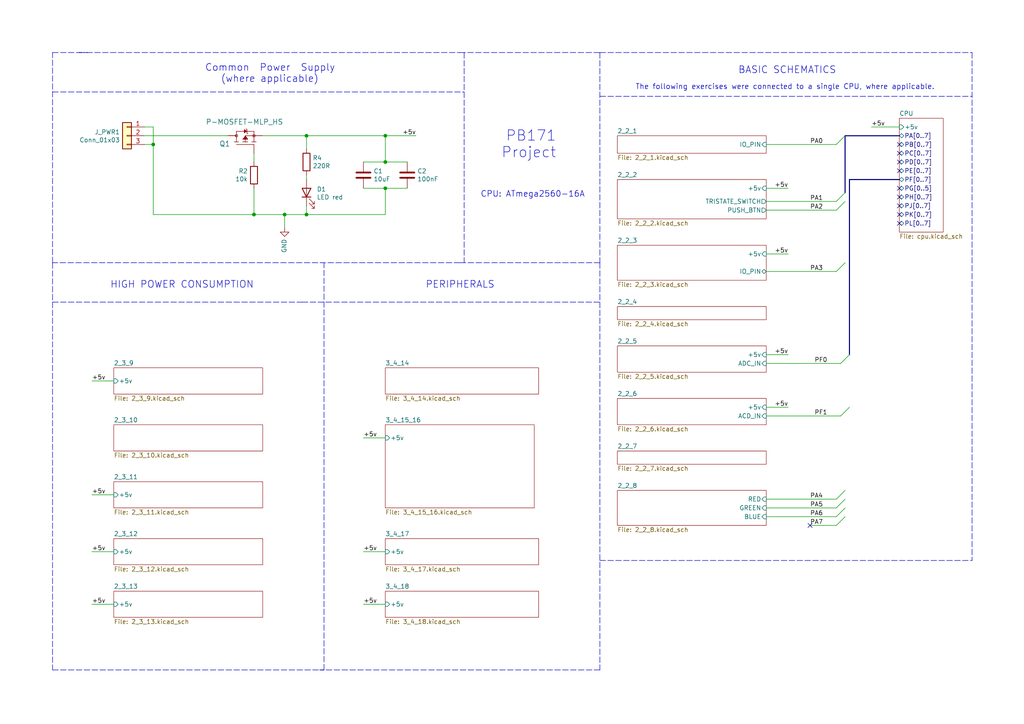
<source format=kicad_sch>
(kicad_sch (version 20210126) (generator eeschema)
  (paper "A4")
  (title_block (title "PB171: Assignment") (date "2021-04-07") (rev "1") (comment 1 "Please specify a link to the datasheet of the used LED and the used CPU.") (comment 2 "The power supply is 5 V."))
  (lib_symbols
    (symbol "Connector_Generic:Conn_01x03" (pin_names (offset 1.016) hide)
      (property "Reference" "J" (at 0 5.08 0))
      (property "Value" "Conn_01x03" (at 0 -5.08 0))
      (symbol "Conn_01x03_1_1"
        (rectangle (start -1.27 -2.413) (end 0 -2.667) (stroke (width 0.1524)))
        (rectangle (start -1.27 0.127) (end 0 -0.127) (stroke (width 0.1524)))
        (rectangle (start -1.27 2.667) (end 0 2.413) (stroke (width 0.1524)))
        (rectangle (start -1.27 3.81) (end 1.27 -3.81) (stroke (width 0.254)) (fill (type background)))
        (pin passive line (at -5.08 2.54 0) (length 3.81) (name "Pin_1") (number "1"))
        (pin passive line (at -5.08 0 0) (length 3.81) (name "Pin_2") (number "2"))
        (pin passive line (at -5.08 -2.54 0) (length 3.81) (name "Pin_3") (number "3"))
      )
    )
    (symbol "Device:C" (pin_numbers hide) (pin_names (offset 0.254))
      (property "Reference" "C" (at 0.635 2.54 0))
      (property "Value" "C" (at 0.635 -2.54 0))
      (symbol "C_0_1"
        (polyline (pts (xy -2.032 -0.762) (xy 2.032 -0.762)) (stroke (width 0.508)))
        (polyline (pts (xy -2.032 0.762) (xy 2.032 0.762)) (stroke (width 0.508)))
      )
      (symbol "C_1_1"
        (pin passive line (at 0 3.81 270) (length 2.794) (name "~") (number "1"))
        (pin passive line (at 0 -3.81 90) (length 2.794) (name "~") (number "2"))
      )
    )
    (symbol "Device:LED" (pin_numbers hide) (pin_names (offset 1.016) hide)
      (property "Reference" "D" (at 0 2.54 0))
      (property "Value" "LED" (at 0 -2.54 0))
      (symbol "LED_0_1"
        (polyline (pts (xy -1.27 -1.27) (xy -1.27 1.27)) (stroke (width 0.254)))
        (polyline (pts (xy -1.27 0) (xy 1.27 0)))
        (polyline (pts (xy 1.27 -1.27) (xy 1.27 1.27) (xy -1.27 0) (xy 1.27 -1.27)) (stroke (width 0.254)))
        (polyline (pts (xy -3.048 -0.762) (xy -4.572 -2.286) (xy -3.81 -2.286) (xy -4.572 -2.286) (xy -4.572 -1.524)))
        (polyline (pts (xy -1.778 -0.762) (xy -3.302 -2.286) (xy -2.54 -2.286) (xy -3.302 -2.286) (xy -3.302 -1.524)))
      )
      (symbol "LED_1_1"
        (pin passive line (at -3.81 0 0) (length 2.54) (name "K") (number "1"))
        (pin passive line (at 3.81 0 180) (length 2.54) (name "A") (number "2"))
      )
    )
    (symbol "Device:R" (pin_numbers hide) (pin_names (offset 0))
      (property "Reference" "R" (at 2.032 0 90))
      (property "Value" "R" (at 0 0 90))
      (symbol "R_0_1"
        (rectangle (start -1.016 -2.54) (end 1.016 2.54) (stroke (width 0.254)))
      )
      (symbol "R_1_1"
        (pin passive line (at 0 3.81 270) (length 1.27) (name "~") (number "1"))
        (pin passive line (at 0 -3.81 90) (length 1.27) (name "~") (number "2"))
      )
    )
    (symbol "PB170:P-MOSFET-MLP_HS" (pin_names (offset 1.016))
      (property "Reference" "Q" (at 5.08 1.27 0))
      (property "Value" "P-MOSFET-MLP_HS" (at 5.08 -1.27 0))
      (symbol "P-MOSFET-MLP_HS_1_0"
        (circle (center 2.54 -2.54) (radius 0.3556))
        (circle (center 2.54 2.54) (radius 0.3556))
        (polyline (pts (xy 0 -2.54) (xy 0 2.54)))
        (polyline (pts (xy 0.762 -3.175) (xy 0.762 -2.54)))
        (polyline (pts (xy 0.762 -2.54) (xy 0.762 -1.905)))
        (polyline (pts (xy 0.762 -2.54) (xy 3.81 -2.54)))
        (polyline (pts (xy 0.762 -0.762) (xy 0.762 0)))
        (polyline (pts (xy 0.762 0) (xy 0.762 0.762)))
        (polyline (pts (xy 0.762 0) (xy 2.54 0)))
        (polyline (pts (xy 0.762 1.905) (xy 0.762 2.54)))
        (polyline (pts (xy 0.762 2.54) (xy 0.762 3.175)))
        (polyline (pts (xy 2.54 0) (xy 2.54 2.54)))
        (polyline (pts (xy 2.54 2.54) (xy 0.762 2.54)))
        (polyline (pts (xy 2.54 2.54) (xy 3.81 2.54)))
        (polyline (pts (xy 3.048 0.762) (xy 3.302 0.508)))
        (polyline (pts (xy 3.302 0.508) (xy 3.81 0.508)))
        (polyline (pts (xy 3.81 -2.54) (xy 3.81 0.508)))
        (polyline (pts (xy 3.81 0.508) (xy 3.81 2.54)))
        (polyline (pts (xy 3.81 0.508) (xy 4.318 0.508)))
        (polyline (pts (xy 4.318 0.508) (xy 4.572 0.254)))
        (polyline (pts (xy 2.54 0) (xy 1.524 0.762) (xy 1.524 -0.762)) (fill (type outline)))
        (polyline (pts (xy 3.81 0.508) (xy 4.318 -0.254) (xy 3.302 -0.254)) (fill (type outline)))
        (pin passive line (at 2.54 5.08 270) (length 2.54) (name "S") (number "1"))
        (pin passive line (at 2.54 5.08 270) (length 2.54) (name "S") (number "2"))
        (pin passive line (at 2.54 5.08 270) (length 2.54) (name "S") (number "3"))
        (pin passive line (at -2.54 2.54 0) (length 2.54) (name "G") (number "4"))
        (pin passive line (at 2.54 -5.08 90) (length 2.54) (name "D") (number "5"))
        (pin passive line (at 2.54 -5.08 90) (length 2.54) (name "D") (number "6"))
        (pin passive line (at 2.54 -5.08 90) (length 2.54) (name "D") (number "7"))
        (pin passive line (at 2.54 -5.08 90) (length 2.54) (name "D") (number "8"))
        (pin passive line (at 2.54 -5.08 90) (length 2.54) (name "D") (number "9"))
      )
    )
    (symbol "power:GND" (power) (pin_names (offset 0))
      (property "Value" "GND" (at 0 -3.81 0))
      (symbol "GND_0_1"
        (polyline (pts (xy 0 0) (xy 0 -1.27) (xy 1.27 -1.27) (xy 0 -2.54) (xy -1.27 -1.27) (xy 0 -1.27)))
      )
      (symbol "GND_1_1"
        (pin power_in line (at 0 0 270) (length 0) hide (name "GND") (number "1"))
      )
    )
  )
  (junction (at 44.45 41.91) (diameter 0.9144))
  (junction (at 73.66 62.23) (diameter 0.9144))
  (junction (at 82.55 62.23) (diameter 0.9144))
  (junction (at 88.9 39.37) (diameter 0.9144))
  (junction (at 88.9 62.23) (diameter 0.9144))
  (junction (at 111.76 39.37) (diameter 0.9144))
  (junction (at 111.76 46.99) (diameter 0.9144))
  (junction (at 111.76 54.61) (diameter 0.9144))
  (no_connect (at 234.95 152.4))
  (no_connect (at 260.858 41.91))
  (no_connect (at 260.858 44.45))
  (no_connect (at 260.858 46.99))
  (no_connect (at 260.858 49.53))
  (no_connect (at 260.858 54.61))
  (no_connect (at 260.858 57.15))
  (no_connect (at 260.858 59.69))
  (no_connect (at 260.858 62.23))
  (no_connect (at 260.858 64.77))
  (bus_entry (at 245.11 39.37) (size -2.54 2.54) (stroke (width 0.1524)))
  (bus_entry (at 245.11 55.88) (size -2.54 2.54) (stroke (width 0.1524)))
  (bus_entry (at 245.11 58.42) (size -2.54 2.54) (stroke (width 0.1524)))
  (bus_entry (at 245.11 76.2) (size -2.54 2.54) (stroke (width 0.1524)))
  (bus_entry (at 245.11 142.24) (size -2.54 2.54) (stroke (width 0.1524)))
  (bus_entry (at 245.11 144.78) (size -2.54 2.54) (stroke (width 0.1524)))
  (bus_entry (at 245.11 147.32) (size -2.54 2.54) (stroke (width 0.1524)))
  (bus_entry (at 245.11 149.86) (size -2.54 2.54) (stroke (width 0.1524)))
  (bus_entry (at 246.38 102.87) (size -2.54 2.54) (stroke (width 0.1524)))
  (bus_entry (at 246.38 118.11) (size -2.54 2.54) (stroke (width 0.1524)))
  (wire (pts (xy 26.67 110.49) (xy 33.02 110.49)))
  (wire (pts (xy 26.67 143.51) (xy 33.02 143.51)))
  (wire (pts (xy 26.67 160.02) (xy 33.02 160.02)))
  (wire (pts (xy 26.67 175.26) (xy 33.02 175.26)))
  (wire (pts (xy 41.91 39.37) (xy 66.04 39.37)))
  (wire (pts (xy 41.91 41.91) (xy 44.45 41.91)))
  (wire (pts (xy 44.45 36.83) (xy 41.91 36.83)))
  (wire (pts (xy 44.45 36.83) (xy 44.45 41.91)))
  (wire (pts (xy 44.45 41.91) (xy 44.45 62.23)))
  (wire (pts (xy 44.45 62.23) (xy 73.66 62.23)))
  (wire (pts (xy 73.66 44.45) (xy 73.66 46.99)))
  (wire (pts (xy 73.66 54.61) (xy 73.66 62.23)))
  (wire (pts (xy 73.66 62.23) (xy 82.55 62.23)))
  (wire (pts (xy 76.2 39.37) (xy 88.9 39.37)))
  (wire (pts (xy 82.55 62.23) (xy 82.55 66.04)))
  (wire (pts (xy 82.55 62.23) (xy 88.9 62.23)))
  (wire (pts (xy 88.9 39.37) (xy 88.9 43.18)))
  (wire (pts (xy 88.9 39.37) (xy 111.76 39.37)))
  (wire (pts (xy 88.9 52.07) (xy 88.9 50.8)))
  (wire (pts (xy 88.9 59.69) (xy 88.9 62.23)))
  (wire (pts (xy 88.9 62.23) (xy 111.76 62.23)))
  (wire (pts (xy 105.41 46.99) (xy 111.76 46.99)))
  (wire (pts (xy 105.41 54.61) (xy 111.76 54.61)))
  (wire (pts (xy 105.41 127) (xy 111.76 127)))
  (wire (pts (xy 105.41 160.02) (xy 111.76 160.02)))
  (wire (pts (xy 105.41 175.26) (xy 111.76 175.26)))
  (wire (pts (xy 111.76 39.37) (xy 111.76 46.99)))
  (wire (pts (xy 111.76 39.37) (xy 120.65 39.37)))
  (wire (pts (xy 111.76 46.99) (xy 118.11 46.99)))
  (wire (pts (xy 111.76 54.61) (xy 111.76 62.23)))
  (wire (pts (xy 111.76 54.61) (xy 118.11 54.61)))
  (wire (pts (xy 222.25 41.91) (xy 242.57 41.91)))
  (wire (pts (xy 222.25 58.42) (xy 242.57 58.42)))
  (wire (pts (xy 222.25 60.96) (xy 242.57 60.96)))
  (wire (pts (xy 222.25 78.74) (xy 242.57 78.74)))
  (wire (pts (xy 222.25 105.41) (xy 243.84 105.41)))
  (wire (pts (xy 222.25 120.65) (xy 243.84 120.65)))
  (wire (pts (xy 222.25 144.78) (xy 242.57 144.78)))
  (wire (pts (xy 222.25 147.32) (xy 242.57 147.32)))
  (wire (pts (xy 222.25 149.86) (xy 242.57 149.86)))
  (wire (pts (xy 228.6 54.61) (xy 222.25 54.61)))
  (wire (pts (xy 228.6 73.66) (xy 222.25 73.66)))
  (wire (pts (xy 228.6 102.87) (xy 222.25 102.87)))
  (wire (pts (xy 228.6 118.11) (xy 222.25 118.11)))
  (wire (pts (xy 242.57 152.4) (xy 234.95 152.4)))
  (wire (pts (xy 252.73 36.83) (xy 260.858 36.83)))
  (bus (pts (xy 245.11 39.37) (xy 245.11 156.21)))
  (bus (pts (xy 245.11 39.37) (xy 260.858 39.37)))
  (bus (pts (xy 246.38 52.07) (xy 246.38 156.21)))
  (bus (pts (xy 246.38 52.07) (xy 260.858 52.07)))
  (polyline (pts (xy 15.24 15.24) (xy 25.4 15.24)) (stroke (width 0) (type dash)))
  (polyline (pts (xy 15.24 26.67) (xy 134.62 26.67)) (stroke (width 0) (type dash)))
  (polyline (pts (xy 15.24 76.2) (xy 15.24 15.24)) (stroke (width 0) (type dash)))
  (polyline (pts (xy 15.24 76.2) (xy 15.24 194.31)) (stroke (width 0) (type dash)))
  (polyline (pts (xy 15.24 87.63) (xy 87.63 87.63)) (stroke (width 0) (type dash)))
  (polyline (pts (xy 15.24 194.31) (xy 93.98 194.31)) (stroke (width 0) (type dash)))
  (polyline (pts (xy 22.86 15.24) (xy 133.35 15.24)) (stroke (width 0) (type dash)))
  (polyline (pts (xy 87.63 87.63) (xy 173.99 87.63)) (stroke (width 0) (type dash)))
  (polyline (pts (xy 93.98 194.31) (xy 93.98 76.2)) (stroke (width 0.1524) (type dash)))
  (polyline (pts (xy 133.35 15.24) (xy 173.99 15.24)) (stroke (width 0) (type dash)))
  (polyline (pts (xy 133.35 76.2) (xy 15.24 76.2)) (stroke (width 0) (type dash)))
  (polyline (pts (xy 134.62 15.24) (xy 134.62 76.2)) (stroke (width 0) (type dash)))
  (polyline (pts (xy 173.99 15.24) (xy 173.99 76.2)) (stroke (width 0) (type dash)))
  (polyline (pts (xy 173.99 15.24) (xy 281.94 15.24)) (stroke (width 0) (type dash)))
  (polyline (pts (xy 173.99 27.94) (xy 281.94 27.94)) (stroke (width 0) (type dash)))
  (polyline (pts (xy 173.99 76.2) (xy 133.35 76.2)) (stroke (width 0) (type dash)))
  (polyline (pts (xy 173.99 76.2) (xy 173.99 194.31)) (stroke (width 0) (type dash)))
  (polyline (pts (xy 173.99 162.56) (xy 281.94 162.56)) (stroke (width 0) (type dash)))
  (polyline (pts (xy 173.99 194.31) (xy 92.71 194.31)) (stroke (width 0) (type dash)))
  (polyline (pts (xy 281.94 15.24) (xy 281.94 162.56)) (stroke (width 0) (type dash)))
  (text "Common  Power  Supply\n   (where applicable)" (at 59.436 24.13 0) (effects (font (size 2 2)) (justify left bottom)))
  (text "HIGH POWER CONSUMPTION" (at 73.66 83.82 180) (effects (font (size 2 2)) (justify right bottom)))
  (text "PERIPHERALS" (at 143.51 83.82 180) (effects (font (size 2 2)) (justify right bottom)))
  (text " PB171\nProject" (at 161.417 46.101 180) (effects (font (size 3 3)) (justify right bottom)))
  (text "CPU: ATmega2560-16A" (at 169.672 57.404 180) (effects (font (size 1.7 1.7)) (justify right bottom)))
  (text "The following exercises were connected to a single CPU, where applicable." (at 184.277 26.162 0) (effects (font (size 1.5 1.5)) (justify left bottom)))
  (text "BASIC SCHEMATICS" (at 242.57 21.59 180) (effects (font (size 2 2)) (justify right bottom)))
  (label "+5v" (at 26.67 110.49 0))
  (label "+5v" (at 26.67 143.51 0))
  (label "+5v" (at 26.67 160.02 0))
  (label "+5v" (at 26.67 175.26 0))
  (label "+5v" (at 105.41 127 0))
  (label "+5v" (at 105.41 160.02 0))
  (label "+5v" (at 105.41 175.26 0))
  (label "+5v" (at 120.65 39.37 180))
  (label "+5v" (at 228.6 54.61 180))
  (label "+5v" (at 228.6 73.66 180))
  (label "+5v" (at 228.6 102.87 180))
  (label "+5v" (at 228.6 118.11 180))
  (label "PA0" (at 234.95 41.91 0))
  (label "PA1" (at 234.95 58.42 0))
  (label "PA2" (at 234.95 60.96 0))
  (label "PA3" (at 234.95 78.74 0))
  (label "PA4" (at 234.95 144.78 0))
  (label "PA5" (at 234.95 147.32 0))
  (label "PA6" (at 234.95 149.86 0))
  (label "PA7" (at 234.95 152.4 0))
  (label "PF0" (at 236.22 105.41 0))
  (label "PF1" (at 236.22 120.65 0))
  (label "+5v" (at 252.73 36.83 0))
  (symbol (lib_id "power:GND") (at 82.55 66.04 0) (mirror y) (unit 1)
    (property "Reference" "#PWR01" (effects hide))
    (property "Value" "GND" (at 82.423 69.2912 90) (effects (justify right)))
  )
  (symbol (lib_id "Device:R") (at 73.66 50.8 0) (mirror y) (unit 1)
    (property "Reference" "R2" (at 71.882 49.6316 0) (effects (justify left)))
    (property "Value" "10k" (at 71.882 51.943 0) (effects (justify left)))
    (property "Footprint" "Resistors_SMD:R_0603" (effects hide))
    (property "Datasheet" "https://datasheet.lcsc.com/szlcsc/Uniroyal-Elec-0603WAF1002T5E_C25804.pdf" (effects hide))
    (property "LCSC" "C25804" (effects hide))
  )
  (symbol (lib_id "Device:R") (at 88.9 46.99 0) (unit 1)
    (property "Reference" "R4" (at 90.678 45.8216 0) (effects (justify left)))
    (property "Value" "220R" (at 90.678 48.133 0) (effects (justify left)))
    (property "Footprint" "Resistors_SMD:R_0603" (effects hide))
    (property "Datasheet" "https://datasheet.lcsc.com/szlcsc/Uniroyal-Elec-0603WAF2200T5E_C22962.pdf" (effects hide))
    (property "LCSC" "C22962" (effects hide))
  )
  (symbol (lib_id "Device:LED") (at 88.9 55.88 90) (unit 1)
    (property "Reference" "D1" (at 91.8718 54.8894 90) (effects (justify right)))
    (property "Value" "LED red" (at 91.8718 57.2008 90) (effects (justify right)))
    (property "Footprint" "LEDs:LED_0603" (effects hide))
    (property "Datasheet" "https://datasheet.lcsc.com/szlcsc/Hubei-KENTO-Elec-KT-0603R_C2286.pdf" (effects hide))
    (property "LCSC" "C2286" (effects hide))
  )
  (symbol (lib_id "Device:C") (at 105.41 50.8 0) (unit 1)
    (property "Reference" "C1" (at 108.331 49.6316 0) (effects (justify left)))
    (property "Value" "10uF" (at 108.331 51.943 0) (effects (justify left)))
    (property "Footprint" "Capacitors_SMD:C_0805" (effects hide))
    (property "Datasheet" "https://datasheet.lcsc.com/szlcsc/Samsung-Electro-Mechanics-CL21A106KAYNNNE_C15850.pdf" (effects hide))
    (property "LCSC" "C15850" (effects hide))
  )
  (symbol (lib_id "Device:C") (at 118.11 50.8 0) (unit 1)
    (property "Reference" "C2" (at 121.031 49.6316 0) (effects (justify left)))
    (property "Value" "100nF" (at 121.031 51.943 0) (effects (justify left)))
    (property "Footprint" "Capacitors_SMD:C_0603" (effects hide))
    (property "Datasheet" "https://datasheet.lcsc.com/szlcsc/YAGEO-CC0603KRX7R9BB104_C14663.pdf" (effects hide))
    (property "LCSC" "C14663" (effects hide))
  )
  (symbol (lib_id "Connector_Generic:Conn_01x03") (at 36.83 39.37 0) (mirror y) (unit 1)
    (property "Reference" "J_PWR1" (at 34.798 38.3032 0) (effects (justify left)))
    (property "Value" "Conn_01x03" (at 34.798 40.6146 0) (effects (justify left)))
    (property "Footprint" "Pin_Headers:Pin_Header_Straight_1x03_Pitch2.54mm" (effects hide))
  )
  (symbol (lib_id "PB170:P-MOSFET-MLP_HS") (at 71.12 41.91 270) (mirror x) (unit 1)
    (property "Reference" "Q1" (at 63.5762 41.7068 90) (effects (font (size 1.4986 1.4986)) (justify left)))
    (property "Value" "P-MOSFET-MLP_HS" (at 59.6392 35.3568 90) (effects (font (size 1.4986 1.4986)) (justify left)))
    (property "Datasheet" "https://datasheet.lcsc.com/szlcsc/Wuxi-NCE-Power-Semiconductor-NCE20P45Q_C193354.pdf" (effects hide))
    (property "LCSC" "C193354" (effects hide))
  )
  (sheet (at 179.07 39.37) (size 43.18 5.08) (stroke (width 0.0006))
    (property "Sheet name" "2_2_1" (at 179.07 38.7343 0) (effects (justify left bottom)))
    (property "Sheet file" "2_2_1.kicad_sch" (at 179.07 44.9587 0) (effects (justify left top)))
    (pin "IO_PIN" input (at 222.25 41.91 0))
  )
  (sheet (at 179.07 52.07) (size 43.18 11.43) (stroke (width 0.0006))
    (property "Sheet name" "2_2_2" (at 179.07 51.4343 0) (effects (justify left bottom)))
    (property "Sheet file" "2_2_2.kicad_sch" (at 179.07 64.0087 0) (effects (justify left top)))
    (pin "TRISTATE_SWITCH" output (at 222.25 58.42 0))
    (pin "PUSH_BTN" output (at 222.25 60.96 0))
    (pin "+5v" input (at 222.25 54.61 0))
  )
  (sheet (at 179.07 71.12) (size 43.18 10.16) (stroke (width 0.0006))
    (property "Sheet name" "2_2_3" (at 179.07 70.4843 0) (effects (justify left bottom)))
    (property "Sheet file" "2_2_3.kicad_sch" (at 179.07 81.7887 0) (effects (justify left top)))
    (pin "IO_PIN" bidirectional (at 222.25 78.74 0))
    (pin "+5v" input (at 222.25 73.66 0))
  )
  (sheet (at 179.07 88.9) (size 43.18 3.81) (stroke (width 0.0006))
    (property "Sheet name" "2_2_4" (at 179.07 88.2643 0) (effects (justify left bottom)))
    (property "Sheet file" "2_2_4.kicad_sch" (at 179.07 93.2187 0) (effects (justify left top)))
  )
  (sheet (at 179.07 100.33) (size 43.18 7.62) (stroke (width 0.0006))
    (property "Sheet name" "2_2_5" (at 179.07 99.6943 0) (effects (justify left bottom)))
    (property "Sheet file" "2_2_5.kicad_sch" (at 179.07 108.4587 0) (effects (justify left top)))
    (pin "ADC_IN" input (at 222.25 105.41 0))
    (pin "+5v" input (at 222.25 102.87 0))
  )
  (sheet (at 179.07 115.57) (size 43.18 7.62) (stroke (width 0.0006))
    (property "Sheet name" "2_2_6" (at 179.07 114.9343 0) (effects (justify left bottom)))
    (property "Sheet file" "2_2_6.kicad_sch" (at 179.07 123.6987 0) (effects (justify left top)))
    (pin "ACD_IN" input (at 222.25 120.65 0))
    (pin "+5v" input (at 222.25 118.11 0))
  )
  (sheet (at 179.07 130.81) (size 43.18 3.81) (stroke (width 0.0006))
    (property "Sheet name" "2_2_7" (at 179.07 130.1743 0) (effects (justify left bottom)))
    (property "Sheet file" "2_2_7.kicad_sch" (at 179.07 135.1287 0) (effects (justify left top)))
  )
  (sheet (at 179.07 142.24) (size 43.18 10.16) (stroke (width 0.0006))
    (property "Sheet name" "2_2_8" (at 179.07 141.6043 0) (effects (justify left bottom)))
    (property "Sheet file" "2_2_8.kicad_sch" (at 179.07 152.9087 0) (effects (justify left top)))
    (pin "BLUE" input (at 222.25 149.86 0))
    (pin "GREEN" input (at 222.25 147.32 0))
    (pin "RED" input (at 222.25 144.78 0))
  )
  (sheet (at 33.02 123.19) (size 43.18 7.62) (stroke (width 0.0006))
    (property "Sheet name" "2_3_10" (at 33.02 122.5543 0) (effects (justify left bottom)))
    (property "Sheet file" "2_3_10.kicad_sch" (at 33.02 131.3187 0) (effects (justify left top)))
  )
  (sheet (at 33.02 139.7) (size 43.18 7.62) (stroke (width 0.0006))
    (property "Sheet name" "2_3_11" (at 33.02 139.0643 0) (effects (justify left bottom)))
    (property "Sheet file" "2_3_11.kicad_sch" (at 33.02 147.8287 0) (effects (justify left top)))
    (pin "+5v" input (at 33.02 143.51 180))
  )
  (sheet (at 33.02 156.21) (size 43.18 7.62) (stroke (width 0.0006))
    (property "Sheet name" "2_3_12" (at 33.02 155.5743 0) (effects (justify left bottom)))
    (property "Sheet file" "2_3_12.kicad_sch" (at 33.02 164.3387 0) (effects (justify left top)))
    (pin "+5v" input (at 33.02 160.02 180))
  )
  (sheet (at 33.02 171.45) (size 43.18 7.62) (stroke (width 0.0006))
    (property "Sheet name" "2_3_13" (at 33.02 170.8143 0) (effects (justify left bottom)))
    (property "Sheet file" "2_3_13.kicad_sch" (at 33.02 179.5787 0) (effects (justify left top)))
    (pin "+5v" input (at 33.02 175.26 180))
  )
  (sheet (at 33.02 106.68) (size 43.18 7.62) (stroke (width 0.0006))
    (property "Sheet name" "2_3_9" (at 33.02 106.0443 0) (effects (justify left bottom)))
    (property "Sheet file" "2_3_9.kicad_sch" (at 33.02 114.8087 0) (effects (justify left top)))
    (pin "+5v" input (at 33.02 110.49 180))
  )
  (sheet (at 111.76 106.68) (size 44.45 7.62) (stroke (width 0.0006))
    (property "Sheet name" "3_4_14" (at 111.76 106.0443 0) (effects (justify left bottom)))
    (property "Sheet file" "3_4_14.kicad_sch" (at 111.76 114.8087 0) (effects (justify left top)))
  )
  (sheet (at 111.76 123.19) (size 43.18 24.13) (stroke (width 0.0006))
    (property "Sheet name" "3_4_15_16" (at 111.76 122.5543 0) (effects (justify left bottom)))
    (property "Sheet file" "3_4_15_16.kicad_sch" (at 111.76 147.8287 0) (effects (justify left top)))
    (pin "+5v" input (at 111.76 127 180))
  )
  (sheet (at 111.76 156.21) (size 44.45 7.62) (stroke (width 0.0006))
    (property "Sheet name" "3_4_17" (at 111.76 155.5743 0) (effects (justify left bottom)))
    (property "Sheet file" "3_4_17.kicad_sch" (at 111.76 164.3387 0) (effects (justify left top)))
    (pin "+5v" input (at 111.76 160.02 180))
  )
  (sheet (at 111.76 171.45) (size 44.45 7.62) (stroke (width 0.0006))
    (property "Sheet name" "3_4_18" (at 111.76 170.8143 0) (effects (justify left bottom)))
    (property "Sheet file" "3_4_18.kicad_sch" (at 111.76 179.5787 0) (effects (justify left top)))
    (pin "+5v" input (at 111.76 175.26 180))
  )
  (sheet (at 260.858 34.29) (size 12.7 33.02) (stroke (width 0.0006))
    (property "Sheet name" "CPU" (at 260.858 33.6543 0) (effects (justify left bottom)))
    (property "Sheet file" "cpu.kicad_sch" (at 260.858 67.8187 0) (effects (justify left top)))
    (pin "+5v" input (at 260.858 36.83 180))
    (pin "PD[0..7]" bidirectional (at 260.858 46.99 180))
    (pin "PC[0..7]" bidirectional (at 260.858 44.45 180))
    (pin "PH[0..7]" bidirectional (at 260.858 57.15 180))
    (pin "PB[0..7]" bidirectional (at 260.858 41.91 180))
    (pin "PL[0..7]" bidirectional (at 260.858 64.77 180))
    (pin "PK[0..7]" bidirectional (at 260.858 62.23 180))
    (pin "PJ[0..7]" bidirectional (at 260.858 59.69 180))
    (pin "PG[0..5]" bidirectional (at 260.858 54.61 180))
    (pin "PF[0..7]" bidirectional (at 260.858 52.07 180))
    (pin "PA[0..7]" bidirectional (at 260.858 39.37 180))
    (pin "PE[0..7]" bidirectional (at 260.858 49.53 180))
  )
)
</source>
